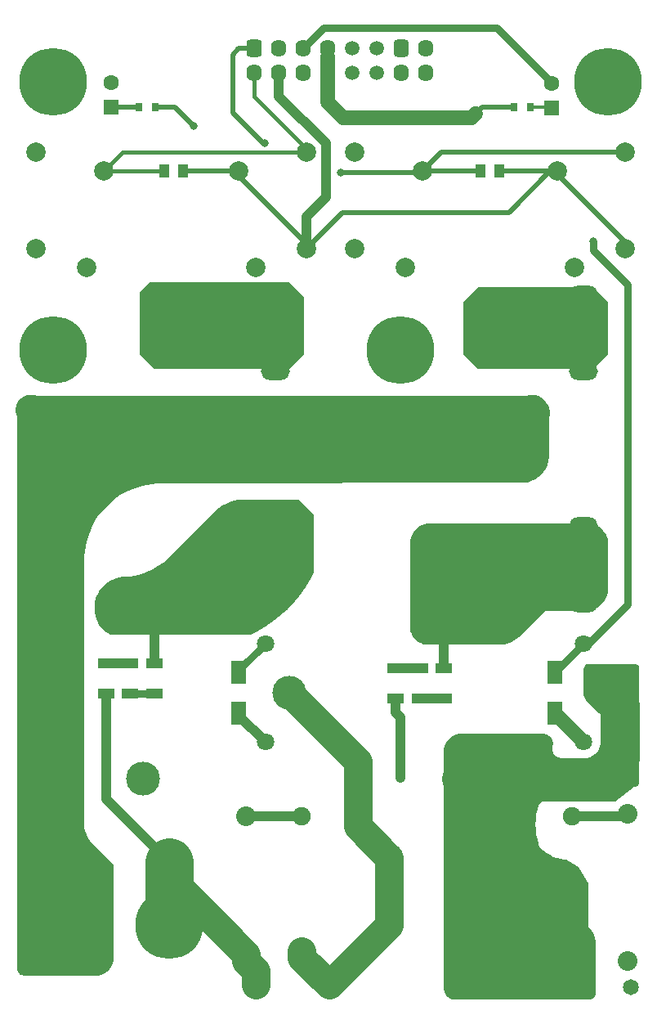
<source format=gbl>
G04 Layer_Physical_Order=2*
G04 Layer_Color=16711680*
%FSLAX25Y25*%
%MOIN*%
G70*
G01*
G75*
%ADD10C,0.03937*%
%ADD11C,0.03150*%
%ADD12C,0.05906*%
%ADD13C,0.01969*%
%ADD14C,0.07874*%
%ADD15C,0.11811*%
%ADD16C,0.19685*%
%ADD17C,0.15748*%
%ADD18C,0.11811*%
%ADD19C,0.07500*%
%ADD20C,0.08000*%
%ADD21C,0.06500*%
%ADD22R,0.06299X0.06299*%
%ADD23C,0.07874*%
%ADD24C,0.13780*%
%ADD25C,0.07087*%
%ADD26R,0.05906X0.05906*%
%ADD27C,0.05906*%
%ADD28C,0.06299*%
%ADD29O,0.11811X0.07087*%
G04:AMPARAMS|DCode=30|XSize=62.99mil|YSize=70.87mil|CornerRadius=15.75mil|HoleSize=0mil|Usage=FLASHONLY|Rotation=180.000|XOffset=0mil|YOffset=0mil|HoleType=Round|Shape=RoundedRectangle|*
%AMROUNDEDRECTD30*
21,1,0.06299,0.03937,0,0,180.0*
21,1,0.03150,0.07087,0,0,180.0*
1,1,0.03150,-0.01575,0.01969*
1,1,0.03150,0.01575,0.01969*
1,1,0.03150,0.01575,-0.01969*
1,1,0.03150,-0.01575,-0.01969*
%
%ADD30ROUNDEDRECTD30*%
%ADD31O,0.06299X0.07087*%
%ADD32C,0.02598*%
%ADD33C,0.03150*%
%ADD34R,0.04134X0.05315*%
%ADD35R,0.06890X0.03937*%
%ADD36R,0.03150X0.03347*%
%ADD37R,0.06102X0.09252*%
%ADD38C,0.01575*%
%ADD39C,0.27559*%
%ADD40C,0.23622*%
%ADD41C,0.15748*%
%ADD42C,0.01181*%
%ADD43C,0.27559*%
G36*
X236726Y197648D02*
X237692Y197169D01*
X238601Y196588D01*
X239441Y195912D01*
X240203Y195150D01*
X240879Y194309D01*
X241460Y193401D01*
X241940Y192435D01*
X242126Y191929D01*
X242126Y191929D01*
X242126Y170276D01*
X242012Y169538D01*
X241554Y168118D01*
X240879Y166787D01*
X240003Y165579D01*
X238948Y164524D01*
X237740Y163648D01*
X236409Y162973D01*
X234989Y162516D01*
X234252Y162402D01*
X234252Y162402D01*
X216517D01*
X206085Y151970D01*
X205688Y151573D01*
X204820Y150860D01*
X203887Y150236D01*
X202896Y149707D01*
X201859Y149277D01*
X200784Y148951D01*
X199683Y148732D01*
X198565Y148622D01*
X198004Y148622D01*
X167323Y148622D01*
X166800Y148776D01*
X165801Y149212D01*
X164864Y149768D01*
X164003Y150437D01*
X163232Y151208D01*
X162563Y152068D01*
X162007Y153006D01*
X161571Y154005D01*
X161417Y154527D01*
X161417Y154528D01*
X161417Y189961D01*
X161417Y190736D01*
X161720Y192257D01*
X162313Y193690D01*
X163175Y194980D01*
X164272Y196077D01*
X165562Y196939D01*
X166995Y197532D01*
X168516Y197835D01*
X169291Y197835D01*
X169291Y197835D01*
X236221Y197835D01*
X236726Y197648D01*
D02*
G37*
G36*
X254153Y140478D02*
X254651Y139980D01*
X254921Y139329D01*
X254921Y138976D01*
X254921Y138976D01*
X254921Y92520D01*
X254921Y92128D01*
X254622Y91404D01*
X254068Y90851D01*
X253344Y90551D01*
X252953Y90551D01*
D01*
X252952D01*
X252953D01*
X245079Y84646D01*
X215936Y84646D01*
X215477Y84601D01*
X214629Y84249D01*
X213979Y83600D01*
X213628Y82751D01*
X213583Y82292D01*
Y82292D01*
X213313Y81309D01*
X212896Y79314D01*
X212644Y77291D01*
X212558Y75254D01*
X212640Y73218D01*
X212889Y71195D01*
X213303Y69199D01*
X213879Y67244D01*
X214227Y66286D01*
X214227Y66286D01*
X214763Y65706D01*
X215918Y64631D01*
X217173Y63675D01*
X218517Y62848D01*
X219936Y62158D01*
X221416Y61611D01*
X222943Y61213D01*
X224501Y60968D01*
X225288Y60904D01*
X225288D01*
X230200Y57935D01*
X234252Y51181D01*
X234276Y33441D01*
X234973Y32745D01*
X236067Y31107D01*
X236821Y29287D01*
X237205Y27355D01*
X237205Y26370D01*
X237205Y26370D01*
Y6890D01*
Y6599D01*
X237091Y6028D01*
X236869Y5491D01*
X236545Y5007D01*
X236134Y4596D01*
X235651Y4273D01*
X235113Y4050D01*
X234543Y3937D01*
X179961D01*
X179492Y3937D01*
X178572Y4120D01*
X177705Y4479D01*
X176924Y5000D01*
X176261Y5664D01*
X175739Y6444D01*
X175380Y7311D01*
X175197Y8231D01*
X175197Y8700D01*
X175197Y8701D01*
Y105315D01*
Y105994D01*
X175462Y107325D01*
X175981Y108579D01*
X176735Y109707D01*
X177695Y110667D01*
X178823Y111421D01*
X180077Y111940D01*
X181408Y112205D01*
X182087D01*
X216402Y112205D01*
X216783Y112137D01*
X217504Y111857D01*
X218156Y111441D01*
X218715Y110906D01*
X219158Y110272D01*
X219470Y109564D01*
X219637Y108809D01*
X219653Y108036D01*
X219586Y107655D01*
X219587Y107655D01*
X219587Y105420D01*
X219636Y105098D01*
X219827Y104475D01*
X220136Y103902D01*
X220550Y103400D01*
X221055Y102989D01*
X221630Y102684D01*
X222254Y102497D01*
X222902Y102436D01*
X223228Y102453D01*
X223228D01*
X232768Y102453D01*
X233396Y102483D01*
X234627Y102728D01*
X235787Y103209D01*
X236831Y103907D01*
X237719Y104795D01*
X238417Y105839D01*
X238897Y106999D01*
X239142Y108230D01*
X239173Y108858D01*
Y118110D01*
X239173Y119685D01*
X239154Y119877D01*
X239007Y120232D01*
X238736Y120503D01*
X238381Y120650D01*
X238189Y120669D01*
X233268Y125984D01*
X233034Y126218D01*
X232666Y126769D01*
X232413Y127380D01*
X232283Y128029D01*
Y128360D01*
Y128360D01*
Y138372D01*
Y138703D01*
X232413Y139352D01*
X232666Y139963D01*
X233034Y140514D01*
X233268Y140748D01*
X233268Y140748D01*
X253150Y140748D01*
X253502Y140748D01*
X254153Y140478D01*
D02*
G37*
G36*
X8647Y250234D02*
X9220Y250000D01*
X209000Y250000D01*
X209000Y250000D01*
X209650Y250190D01*
X210998Y250326D01*
X212348Y250214D01*
X213655Y249858D01*
X214876Y249269D01*
X215968Y248468D01*
X216897Y247481D01*
X217630Y246342D01*
X218142Y245088D01*
X218418Y243761D01*
X218447Y242407D01*
X218229Y241070D01*
X218000Y240432D01*
X218000Y228740D01*
X218000Y228740D01*
X218158Y227970D01*
X218271Y226400D01*
X218179Y224830D01*
X217882Y223285D01*
X217386Y221792D01*
X216699Y220376D01*
X215833Y219062D01*
X214804Y217873D01*
X213627Y216828D01*
X212325Y215946D01*
X210918Y215241D01*
X209432Y214725D01*
X208661Y214567D01*
X57950Y214241D01*
X57949Y214240D01*
X56535Y214119D01*
X53729Y213685D01*
X50974Y213001D01*
X48292Y212070D01*
X45705Y210902D01*
X43234Y209505D01*
X40898Y207891D01*
X38718Y206073D01*
X36711Y204065D01*
X34893Y201885D01*
X33279Y199550D01*
X31881Y197079D01*
X30713Y194491D01*
X29783Y191809D01*
X29098Y189054D01*
X28665Y186249D01*
X28543Y184834D01*
Y75008D01*
Y75008D01*
X28591Y74028D01*
X28974Y72105D01*
X29724Y70294D01*
X30813Y68664D01*
X31472Y67937D01*
X40354Y59055D01*
Y20810D01*
Y20118D01*
X40084Y18760D01*
X39554Y17480D01*
X38785Y16329D01*
X37805Y15349D01*
X36654Y14580D01*
X35374Y14050D01*
X34016Y13780D01*
X33323D01*
X3936Y13780D01*
X3936D01*
X3646Y13780D01*
X3075Y13893D01*
X2538Y14116D01*
X2054Y14439D01*
X1643Y14850D01*
X1320Y15334D01*
X1098Y15871D01*
X984Y16442D01*
X984Y16732D01*
X984Y241764D01*
X984Y241764D01*
X750Y242337D01*
X514Y243553D01*
X518Y244792D01*
X763Y246006D01*
X1240Y247150D01*
X1929Y248180D01*
X2805Y249056D01*
X3834Y249745D01*
X4978Y250221D01*
X6192Y250466D01*
X7431Y250470D01*
X8647Y250234D01*
D02*
G37*
G36*
X242126Y288386D02*
X242126Y266732D01*
X236220Y260827D01*
X188977D01*
X183071Y266732D01*
X183071Y288386D01*
X188977Y294291D01*
X236221D01*
X242126Y288386D01*
D02*
G37*
G36*
X118110Y290355D02*
X118110Y266732D01*
X112205Y260827D01*
X57087D01*
X51181Y266732D01*
X51181Y292323D01*
X55118Y296260D01*
X98426Y296260D01*
X112205D01*
X118110Y290355D01*
D02*
G37*
G36*
X93743Y207677D02*
X116142Y207677D01*
X122047Y201772D01*
X122047Y178150D01*
X122047Y178150D01*
X121046Y176072D01*
X118702Y172098D01*
X116033Y168336D01*
X113057Y164812D01*
X109795Y161550D01*
X106270Y158573D01*
X102508Y155904D01*
X98535Y153560D01*
X96457Y152559D01*
X40534D01*
X39220Y152821D01*
X37981Y153334D01*
X36866Y154078D01*
X36393Y154552D01*
Y154552D01*
X35729Y155216D01*
X34611Y156723D01*
X33727Y158377D01*
X33095Y160144D01*
X32729Y161984D01*
X32637Y163858D01*
X32821Y165725D01*
X33277Y167545D01*
X33995Y169278D01*
X34959Y170887D01*
X36149Y172337D01*
X37540Y173597D01*
X39100Y174640D01*
X40796Y175442D01*
X42591Y175986D01*
X44447Y176262D01*
X45385Y176262D01*
X46652Y176385D01*
X49165Y176800D01*
X51631Y177436D01*
X54030Y178289D01*
X56344Y179351D01*
X58556Y180614D01*
X60646Y182068D01*
X62599Y183702D01*
X63519Y184582D01*
X81574Y202637D01*
D01*
X81574Y202637D01*
X81574Y202637D01*
X82171Y203234D01*
X83478Y204307D01*
X84884Y205247D01*
X86376Y206044D01*
X87938Y206691D01*
X89556Y207182D01*
X91215Y207511D01*
X92897Y207677D01*
X93743Y207677D01*
D02*
G37*
%LPC*%
G36*
X198004Y148622D02*
X198004D01*
D01*
X198004D01*
D02*
G37*
%LPD*%
D10*
X107848Y372047D02*
Y381693D01*
X37402Y85598D02*
X62992Y60008D01*
X157480Y94488D02*
Y119095D01*
X155512Y121063D02*
X157480Y119095D01*
X155512Y121063D02*
Y126772D01*
Y138976D02*
X165354D01*
Y126772D02*
X175197D01*
X57087Y162992D02*
X58071Y163976D01*
X57087Y140945D02*
Y162992D01*
X37402Y140945D02*
X47244D01*
X117047Y78701D02*
X117126Y78622D01*
X94488Y78701D02*
X117047D01*
X248937Y78622D02*
X250000Y79685D01*
X227362Y78622D02*
X248937D01*
X172441Y163976D02*
X175197Y161221D01*
Y138976D02*
Y161221D01*
X91536Y119685D02*
X102363Y108858D01*
X91536Y119685D02*
Y120669D01*
X119095Y312007D02*
Y323095D01*
X107848Y372047D02*
X127000Y352895D01*
X119095Y323095D02*
X127000Y331000D01*
Y352895D01*
X37402Y85598D02*
Y128740D01*
D11*
X126155Y400000D02*
X196653D01*
X117848Y391693D02*
X126155Y400000D01*
X196653D02*
X219360Y377293D01*
X220343Y137335D02*
X232024Y149016D01*
X47244Y128740D02*
X57087D01*
X220343Y137335D02*
X220473Y137205D01*
X232024Y149016D02*
X232284D01*
X91536Y138189D02*
X102363Y149016D01*
X91536Y137205D02*
Y138189D01*
X232284Y149016D02*
X233964D01*
X250000Y165052D01*
Y295205D01*
X236000Y309205D02*
X250000Y295205D01*
X236000Y309205D02*
Y313000D01*
D12*
X127848Y381693D02*
Y388221D01*
Y369672D02*
Y381693D01*
X186573Y363403D02*
X188000Y364830D01*
X220473Y120669D02*
X232284Y108858D01*
X127848Y369672D02*
X134116Y363403D01*
X186573D01*
D13*
X89000Y365425D02*
Y389157D01*
X91536Y391693D01*
X97848D01*
X168898Y341535D02*
X190059D01*
X68800Y341535D02*
X89961D01*
X91536Y339567D02*
X119095Y312007D01*
X91536Y339567D02*
Y341535D01*
X133859Y324803D02*
X201772D01*
X218504Y341535D01*
X119095Y310039D02*
X133859Y324803D01*
X174213Y349410D02*
X249016D01*
X166339Y341535D02*
X174213Y349410D01*
X165804Y341000D02*
X166339Y341535D01*
X133000Y341000D02*
X165804D01*
X65480Y367520D02*
X73000Y360000D01*
X57346Y367520D02*
X65480D01*
X39508Y367539D02*
X50634D01*
X50654Y367520D01*
X190709Y367539D02*
X203819D01*
X188000Y364830D02*
X190709Y367539D01*
X221457Y340185D02*
Y341535D01*
Y340185D02*
X249016Y312626D01*
Y310039D02*
Y312626D01*
X197737Y341535D02*
X218504D01*
X221457D01*
X89000Y365425D02*
X101425Y353000D01*
X102000D01*
D14*
X221457Y17717D02*
X227362Y23622D01*
X182284Y93898D02*
X189961Y86221D01*
Y56103D02*
X192126Y53937D01*
X222441Y23622D02*
X227362D01*
D15*
X230315Y170276D02*
Y189961D01*
X94488Y19685D02*
X98425Y15748D01*
X62992Y53937D02*
X72736Y44193D01*
X94488Y22441D01*
X221457Y9843D02*
Y17717D01*
X94488Y19685D02*
Y22441D01*
X98425Y9843D02*
Y15748D01*
X230315Y268701D02*
Y270669D01*
X112205Y128937D02*
X140000Y101142D01*
Y74567D02*
Y101142D01*
Y74567D02*
X152756Y61811D01*
Y34174D02*
Y61811D01*
X128425Y9843D02*
X152756Y34174D01*
X117126Y21142D02*
Y23622D01*
Y21142D02*
X128425Y9843D01*
X106300Y270669D02*
Y272539D01*
Y290354D01*
X230315Y270669D02*
Y288386D01*
D16*
X90473Y163976D02*
X106300Y179803D01*
X189961Y56103D02*
Y86221D01*
X62992Y34449D02*
Y53937D01*
X58071Y163976D02*
X90473D01*
X42520D02*
X58071D01*
X192126Y53937D02*
X222441Y23622D01*
X215945Y186024D02*
X228346D01*
X193898Y163976D02*
X215945Y186024D01*
X193898Y276575D02*
X224410D01*
X172441Y163976D02*
X193898D01*
X102363Y274606D02*
X106300Y270669D01*
X62993Y274606D02*
X102363D01*
X224410Y276575D02*
X230315Y270669D01*
X62992Y53937D02*
Y60008D01*
X106300Y179803D02*
Y185039D01*
Y196457D01*
D17*
X64961Y233268D02*
D03*
Y276575D02*
D03*
X192914D02*
D03*
Y233268D02*
D03*
X23315Y38632D02*
D03*
X62685D02*
D03*
D18*
X152756Y61811D02*
D03*
X192126D02*
D03*
X23622D02*
D03*
X62992D02*
D03*
D19*
X117126Y23622D02*
D03*
Y78622D02*
D03*
X227362Y23622D02*
D03*
Y78622D02*
D03*
D20*
X94488Y18701D02*
D03*
Y78701D02*
D03*
X250000Y19685D02*
D03*
Y79685D02*
D03*
D21*
X98425Y9843D02*
D03*
X128425D02*
D03*
X251457Y8858D02*
D03*
X221457D02*
D03*
D22*
X219000Y367293D02*
D03*
X39508Y367539D02*
D03*
D23*
X8859Y310039D02*
D03*
X119095D02*
D03*
X8859Y349410D02*
D03*
X119095D02*
D03*
X159449Y302165D02*
D03*
X228347D02*
D03*
X166339Y341535D02*
D03*
X221457D02*
D03*
X91536D02*
D03*
X36418D02*
D03*
X98426Y302165D02*
D03*
X29528D02*
D03*
X138780Y310039D02*
D03*
X249016D02*
D03*
X138780Y349410D02*
D03*
X249016D02*
D03*
D24*
X182284Y93898D02*
D03*
X242126Y128937D02*
D03*
X172441Y163976D02*
D03*
X52363Y93898D02*
D03*
X112205Y128937D02*
D03*
X42520Y163976D02*
D03*
D25*
X232284Y149016D02*
D03*
Y108858D02*
D03*
X102363Y149016D02*
D03*
Y108858D02*
D03*
D26*
X97848Y391693D02*
D03*
D27*
Y381693D02*
D03*
X107848Y391693D02*
D03*
Y381693D02*
D03*
X117848Y391693D02*
D03*
Y381693D02*
D03*
X127848Y391693D02*
D03*
Y381693D02*
D03*
X137848Y391693D02*
D03*
Y381693D02*
D03*
X147848Y391693D02*
D03*
Y381693D02*
D03*
X157848Y391693D02*
D03*
Y381693D02*
D03*
X167848Y391693D02*
D03*
Y381693D02*
D03*
D28*
X219000Y377293D02*
D03*
X39508Y377539D02*
D03*
D29*
X232283Y165354D02*
D03*
Y291339D02*
D03*
Y185039D02*
D03*
Y271654D02*
D03*
Y196850D02*
D03*
Y259842D02*
D03*
X106300Y165354D02*
D03*
Y291339D02*
D03*
Y185039D02*
D03*
Y271654D02*
D03*
Y196850D02*
D03*
Y259842D02*
D03*
D30*
X157848Y391693D02*
D03*
X97848D02*
D03*
D31*
X167848D02*
D03*
X157848Y381693D02*
D03*
X167848D02*
D03*
X127848D02*
D03*
Y391693D02*
D03*
X117848Y381693D02*
D03*
Y391693D02*
D03*
X97848Y381693D02*
D03*
X107848Y391693D02*
D03*
Y381693D02*
D03*
D32*
X161811Y258268D02*
D03*
X147047Y264370D02*
D03*
X153150Y279134D02*
D03*
X167913Y273031D02*
D03*
X147047D02*
D03*
X161811Y279134D02*
D03*
X167913Y264370D02*
D03*
X153150Y258268D02*
D03*
X246457Y367520D02*
D03*
X231693Y373622D02*
D03*
X237795Y388386D02*
D03*
X252559Y382283D02*
D03*
X231693D02*
D03*
X246457Y388386D02*
D03*
X252559Y373622D02*
D03*
X237795Y367520D02*
D03*
X20079D02*
D03*
X5315Y373622D02*
D03*
X11417Y388386D02*
D03*
X26181Y382283D02*
D03*
X5315D02*
D03*
X20079Y388386D02*
D03*
X26181Y373622D02*
D03*
X11417Y367520D02*
D03*
Y217913D02*
D03*
X26181Y224016D02*
D03*
X20079Y238779D02*
D03*
X5315Y232677D02*
D03*
X26181D02*
D03*
X11417Y238779D02*
D03*
X5315Y224016D02*
D03*
X20079Y217913D02*
D03*
X67323Y24016D02*
D03*
X52559Y30118D02*
D03*
X58661Y44882D02*
D03*
X73425Y38780D02*
D03*
X52559D02*
D03*
X67323Y44882D02*
D03*
X73425Y30118D02*
D03*
X58661Y24016D02*
D03*
X161811Y217913D02*
D03*
X147047Y224016D02*
D03*
X153150Y238779D02*
D03*
X167913Y232677D02*
D03*
X147047D02*
D03*
X161811Y238779D02*
D03*
X167913Y224016D02*
D03*
X153150Y217913D02*
D03*
X20079Y258268D02*
D03*
X5315Y264370D02*
D03*
X11417Y279134D02*
D03*
X26181Y273031D02*
D03*
X5315D02*
D03*
X20079Y279134D02*
D03*
X26181Y264370D02*
D03*
X11417Y258268D02*
D03*
D33*
X157480Y94488D02*
D03*
X188000Y364830D02*
D03*
X133000Y341000D02*
D03*
X73000Y360000D02*
D03*
X236000Y313000D02*
D03*
X102000Y353000D02*
D03*
D34*
X68800Y341535D02*
D03*
X61122D02*
D03*
X197737Y341535D02*
D03*
X190059D02*
D03*
D35*
X175197Y126772D02*
D03*
Y138976D02*
D03*
X165354D02*
D03*
Y126772D02*
D03*
X155512D02*
D03*
Y138976D02*
D03*
X57087Y128740D02*
D03*
Y140945D02*
D03*
X47244D02*
D03*
Y128740D02*
D03*
X37402D02*
D03*
Y140945D02*
D03*
D36*
X210512Y367539D02*
D03*
X203819D02*
D03*
X50654Y367520D02*
D03*
X57346D02*
D03*
D37*
X220473Y120669D02*
D03*
Y137205D02*
D03*
X91536Y120669D02*
D03*
Y137205D02*
D03*
D38*
X97848Y372047D02*
Y381693D01*
X39961Y341535D02*
X61122D01*
X36418Y341535D02*
X44292Y349410D01*
X97848Y372047D02*
X119095Y350800D01*
X44292Y349410D02*
X119095D01*
Y350800D01*
D39*
X64961Y233268D02*
X192914D01*
X193898D01*
D40*
X14370Y63189D02*
Y149606D01*
Y63189D02*
X23622Y53937D01*
D41*
X247138Y102453D02*
Y123925D01*
X238583Y93898D02*
X247138Y102453D01*
X182284Y93898D02*
X238583D01*
X242126Y128937D02*
X247138Y123925D01*
D42*
X119095Y310039D02*
Y312007D01*
X210512Y367539D02*
X218754D01*
X219000Y367293D01*
D43*
X157480Y268701D02*
D03*
X242126Y377953D02*
D03*
X15748D02*
D03*
Y228346D02*
D03*
X62992Y34449D02*
D03*
X157480Y228346D02*
D03*
X15748Y268701D02*
D03*
M02*

</source>
